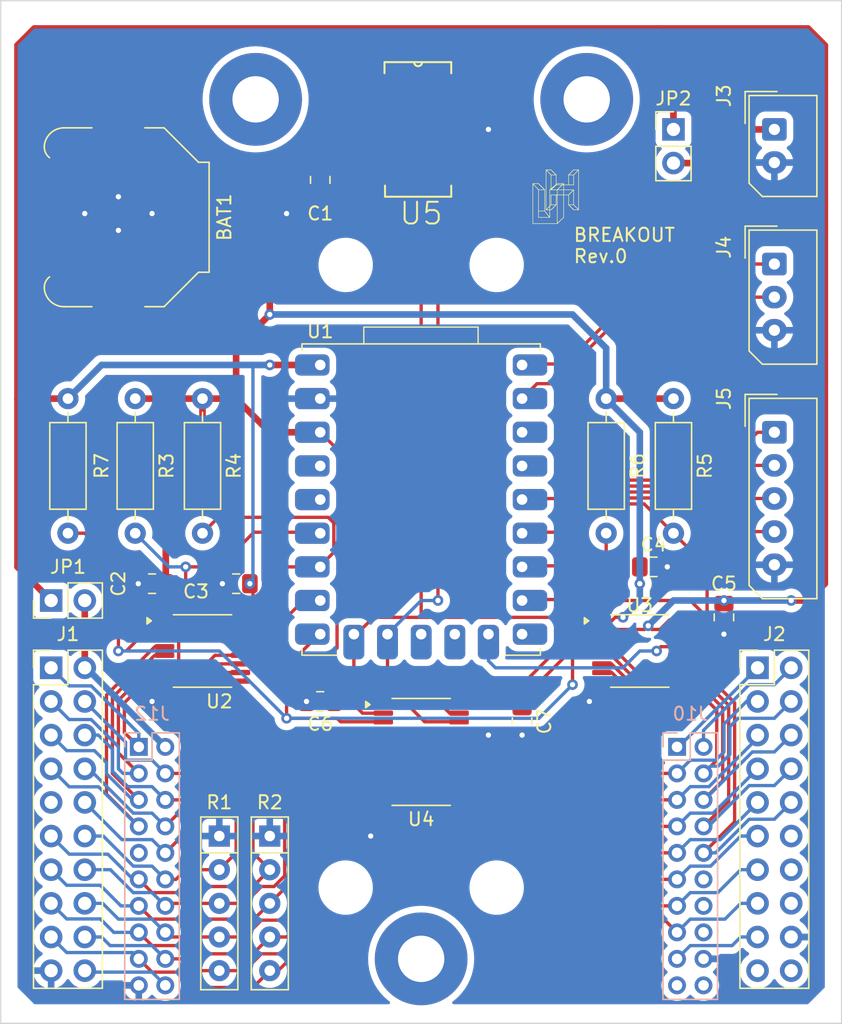
<source format=kicad_pcb>
(kicad_pcb (version 20221018) (generator pcbnew)
  (title_block (title "BREAKOUT BOARD") (rev "0"))
  (layers (0 "F.Cu" signal) (31 "B.Cu" signal) (34 "B.Paste" user) (35 "F.Paste" user) (36 "B.SilkS" user "B.Silkscreen") (37 "F.SilkS" user "F.Silkscreen") (38 "B.Mask" user) (39 "F.Mask" user) (44 "Edge.Cuts" user))
  (net 0 "")
  (net 1 "/S1")
  (net 2 "/PB1")
  (net 3 "/S2")
  (net 4 "/PB2")
  (net 5 "/S3")
  (net 6 "/PB3")
  (net 7 "/S4")
  (net 8 "/PB4")
  (net 9 "/ERR")
  (net 10 "/IN")
  (net 11 "/SYS")
  (net 12 "/DO1")
  (net 13 "/DI1")
  (net 14 "/DI2")
  (net 15 "/DO2")
  (net 16 "/DI4")
  (net 17 "/DO4")
  (net 18 "/DI3")
  (net 19 "/DO3")
  (net 20 "/RELAY1")
  (net 21 "/RELAY2")
  (net 22 "/RELAY3")
  (net 23 "/RELAY4")
  (net 24 "/TX")
  (net 25 "/RX")
  (net 26 "Net-(BAT1-+)")
  (net 27 "+3V3")
  (net 28 "/SCL1")
  (net 31 "/SPI RX")
  (net 32 "/SPI CS")
  (net 33 "/SPI CLK")
  (net 34 "/SPI TX")
  (net 37 "/SDA")
  (net 38 "+5V")
  (net 39 "GND")
  (net 40 "/DR4")
  (net 41 "/DR3")
  (net 42 "/DR2")
  (net 43 "/SCL")
  (net 44 "/DR1")
  (net 48 "/VREF1")
  (net 54 "/RESET")
  (net 55 "/SCL0")
  (net 56 "/SDA0")
  (net 57 "/INT0")
  (net 58 "Net-(J3-Pin_1)")
  (net 64 "/INT1")
  (net 74 "/SDA1")
  (net 76 "/PWR")
  (net 77 "/VREF2")
  (footprint "MountingHole:MountingHole_2.1mm" (layer "F.Cu") (at 112.45 165.75)
    (fp_text reference "H4" hide)
    (fp_text value "MountingHole_2.1mm" hide)
  )
  (footprint "Capacitor_SMD:C_0805_2012Metric_Pad1.18x1.45mm_HandSolder" (layer "F.Cu") (at 129.61 145.35 -90)
    (fp_text reference "C5")
    (fp_text value "0.1uF" hide)
  )
  (footprint "MountingHole:MountingHole_3.5mm_Pad_TopBottom" (layer "F.Cu") (at 94.25 106.25)
    (fp_text reference "M2" hide)
    (fp_text value "MountingHole_3.5mm_Pad_TopBottom" hide)
  )
  (footprint "Fiducial:Fiducial_1mm_Mask2mm" (layer "F.Cu") (at 78.81 103.44)
    (fp_text reference "REF**" hide)
    (fp_text value "Fiducial_1mm_Mask2mm" hide)
  )
  (footprint "Capacitor_SMD:C_0805_2012Metric_Pad1.18x1.45mm_HandSolder" (layer "F.Cu") (at 99.13 151.7 180)
    (fp_text reference "C6")
    (fp_text value "0.1uF" hide)
  )
  (footprint "MountingHole:MountingHole_2.1mm" (layer "F.Cu") (at 112.45 118.75)
    (fp_text reference "H2" hide)
    (fp_text value "MountingHole_2.1mm" hide)
  )
  (footprint "Resistor_THT:R_Array_SIP5" (layer "F.Cu") (at 91.51 161.86 -90)
    (fp_text reference "R1")
    (fp_text value "1k" hide)
  )
  (footprint "MountingHole:MountingHole_3.5mm_Pad_TopBottom" (layer "F.Cu") (at 106.75 171.13)
    (fp_text reference "M1" hide)
    (fp_text value "MountingHole_3.5mm_Pad_TopBottom" hide)
  )
  (footprint "Fiducial:Fiducial_1mm_Mask2mm" (layer "F.Cu") (at 106.75 164.4)
    (fp_text reference "REF**" hide)
    (fp_text value "Fiducial_1mm_Mask2mm" hide)
  )
  (footprint "Resistor_THT:R_Axial_DIN0207_L6.3mm_D2.5mm_P10.16mm_Horizontal" (layer "F.Cu") (at 90.24 128.84 -90)
    (fp_text reference "R4")
    (fp_text value "2.2k" hide)
  )
  (footprint "Capacitor_SMD:C_0805_2012Metric_Pad1.18x1.45mm_HandSolder" (layer "F.Cu") (at 86.43 142.81 180)
    (fp_text reference "C2")
    (fp_text value "0.1uF" hide)
  )
  (footprint "Resistor_THT:R_Axial_DIN0207_L6.3mm_D2.5mm_P10.16mm_Horizontal" (layer "F.Cu") (at 85.16 128.84 -90)
    (fp_text reference "R3")
    (fp_text value "2.2k" hide)
  )
  (footprint "Connector_PinHeader_2.54mm:PinHeader_1x02_P2.54mm_Vertical" (layer "F.Cu") (at 78.81 144.08 90)
    (fp_text reference "JP1")
    (fp_text value "Jumper_2_Bridged" hide)
  )
  (footprint "Fiducial:Fiducial_1mm_Mask2mm" (layer "F.Cu") (at 134.69 103.44)
    (fp_text reference "REF**" hide)
    (fp_text value "Fiducial_1mm_Mask2mm" hide)
  )
  (footprint "Resistor_THT:R_Axial_DIN0207_L6.3mm_D2.5mm_P10.16mm_Horizontal" (layer "F.Cu") (at 120.72 128.84 -90)
    (fp_text reference "R6")
    (fp_text value "2.2k" hide)
  )
  (footprint "Connector_Molex:Molex_SPOX_5267-02A_1x02_P2.50mm_Vertical" (layer "F.Cu") (at 133.42 108.52 -90)
    (fp_text reference "J3")
    (fp_text value "Conn_01x02" hide)
  )
  (footprint "MountingHole:MountingHole_2.1mm" (layer "F.Cu") (at 101.05 118.75)
    (fp_text reference "H1" hide)
    (fp_text value "MountingHole_2.1mm" hide)
  )
  (footprint "Capacitor_SMD:C_0805_2012Metric_Pad1.18x1.45mm_HandSolder" (layer "F.Cu") (at 124.2975 141.54)
    (fp_text reference "C4")
    (fp_text value "0.1uF" hide)
  )
  (footprint "Package_SO:TSSOP-16_4.4x5mm_P0.65mm" (layer "F.Cu") (at 90.24 147.89)
    (fp_text reference "U2")
    (fp_text value "PCAL6408APW" hide)
  )
  (footprint "uhppoted:LOGO" (layer "F.Cu") (at 116.91 113.6)
    (fp_text reference "G***" hide)
    (fp_text value "LOGO" hide)
  )
  (footprint "uhppoted:RX8900SA" (layer "F.Cu") (at 106.5214 108.52)
    (fp_text reference "U5")
    (fp_text value "RX8900SA" hide)
  )
  (footprint "Package_SO:TSSOP-16_4.4x5mm_P0.65mm" (layer "F.Cu") (at 123.26 147.89)
    (fp_text reference "U3")
    (fp_text value "PCAL6408APW" hide)
  )
  (footprint "Capacitor_SMD:C_0805_2012Metric_Pad1.18x1.45mm_HandSolder" (layer "F.Cu") (at 92.78 142.81 180)
    (fp_text reference "C3")
    (fp_text value "0.1uF" hide)
  )
  (footprint "Resistor_THT:R_Axial_DIN0207_L6.3mm_D2.5mm_P10.16mm_Horizontal" (layer "F.Cu") (at 125.8 128.84 -90)
    (fp_text reference "R5")
    (fp_text value "2.2k" hide)
  )
  (footprint "Connector_PinHeader_2.54mm:PinHeader_2x10_P2.54mm_Vertical" (layer "F.Cu") (at 78.81 149.16)
    (fp_text reference "J1")
    (fp_text value "Conn_02x10_Odd_Even" hide)
  )
  (footprint "MountingHole:MountingHole_3.5mm_Pad_TopBottom" (layer "F.Cu") (at 119.25 106.25)
    (fp_text reference "M2" hide)
    (fp_text value "MountingHole_3.5mm_Pad_TopBottom" hide)
  )
  (footprint "Capacitor_SMD:C_0805_2012Metric_Pad1.18x1.45mm_HandSolder" (layer "F.Cu") (at 114.37 153.2025 -90)
    (fp_text reference "C7")
    (fp_text value "0.1uF" hide)
  )
  (footprint "Battery:BatteryHolder_Keystone_3000_1x12mm" (layer "F.Cu") (at 83.89 115.15 -90)
    (fp_text reference "BAT1")
    (fp_text value "CR1220" hide)
  )
  (footprint "Connector_Molex:Molex_SPOX_5267-05A_1x05_P2.50mm_Vertical" (layer "F.Cu") (at 133.42 131.38 -90)
    (fp_text reference "J5")
    (fp_text value "Conn_01x05_Pin" hide)
  )
  (footprint "uhppoted:RP2040Z" (layer "F.Cu") (at 106.75 136.46)
    (fp_text reference "U1")
    (fp_text value "RP2040Z")
  )
  (footprint "Package_SO:TSSOP-24_4.4x7.8mm_P0.65mm" (layer "F.Cu") (at 106.75 155.51)
    (fp_text reference "U4")
    (fp_text value "PI4IOE5V6416LEX" hide)
  )
  (footprint "Connector_PinHeader_2.54mm:PinHeader_1x02_P2.54mm_Vertical" (layer "F.Cu") (at 125.8 108.52)
    (fp_text reference "JP2")
    (fp_text value "Jumper_2_Bridged" hide)
  )
  (footprint "Connector_Molex:Molex_SPOX_5267-03A_1x03_P2.50mm_Vertical" (layer "F.Cu") (at 133.42 118.68 -90)
    (fp_text reference "J4")
    (fp_text value "Conn_01x03_Pin" hide)
  )
  (footprint "Capacitor_SMD:C_0805_2012Metric_Pad1.18x1.45mm_HandSolder" (layer "F.Cu") (at 99.13 112.33 -90)
    (fp_text reference "C1")
    (fp_text value "0.1uF" hide)
  )
  (footprint "MountingHole:MountingHole_2.1mm" (layer "F.Cu") (at 101.05 165.75)
    (fp_text reference "H3" hide)
    (fp_text value "MountingHole_2.1mm" hide)
  )
  (footprint "Resistor_THT:R_Array_SIP5" (layer "F.Cu") (at 95.32 161.86 -90)
    (fp_text reference "R2")
    (fp_text value "1k" hide)
  )
  (footprint "Resistor_THT:R_Axial_DIN0207_L6.3mm_D2.5mm_P10.16mm_Horizontal" (layer "F.Cu") (at 80.08 128.84 -90)
    (fp_text reference "R7")
    (fp_text value "10k" hide)
  )
  (footprint "Connector_PinHeader_2.54mm:PinHeader_2x10_P2.54mm_Vertical" (layer "F.Cu") (at 132.15 149.16)
    (fp_text reference "J2")
    (fp_text value "Conn_02x10_Odd_Even" hide)
  )
  (footprint "Connector_PinSocket_2.00mm:PinSocket_2x10_P2.00mm_Vertical" (layer "B.Cu") (at 85.43 155.13 180)
    (fp_text reference "J12")
    (fp_text value "Conn_02x10_Odd_Even" hide)
  )
  (footprint "Connector_PinSocket_2.00mm:PinSocket_2x10_P2.00mm_Vertical" (layer "B.Cu") (at 126.07 155.13 180)
    (fp_text reference "J10")
    (fp_text value "Conn_02x10_Odd_Even" hide)
  )
  (gr_rect locked (start 75 98.8) (end 138.5 176) (stroke (width 0.1)) (fill none) (layer "Edge.Cuts"))
  (gr_text "BREAKOUT\nRev.0" (at 118.18 118.68) (layer "F.SilkS") (effects (font (size 1 1)) (justify left bottom)))
  (segment (start 129.07 156.13) (end 128.07 157.13) (width 0.25) (layer "F.Cu") (net 1))
  (segment (start 129.07 152.361397) (end 129.07 156.13) (width 0.25) (layer "F.Cu") (net 1))
  (segment (start 126.1225 150.165) (end 126.873603 150.165) (width 0.25) (layer "F.Cu") (net 1))
  (segment (start 126.873603 150.165) (end 129.07 152.361397) (width 0.25) (layer "F.Cu") (net 1))
  (segment (start 130.061396 153.592753) (end 130.684149 152.97) (width 0.25) (layer "B.Cu") (net 1))
  (segment (start 133.42 152.97) (end 134.69 151.7) (width 0.25) (layer "B.Cu") (net 1))
  (segment (start 128.62 156.58) (end 129.176396 156.58) (width 0.25) (layer "B.Cu") (net 1))
  (segment (start 130.061396 155.695) (end 130.061396 153.592753) (width 0.25) (layer "B.Cu") (net 1))
  (segment (start 130.684149 152.97) (end 133.42 152.97) (width 0.25) (layer "B.Cu") (net 1))
  (segment (start 129.176396 156.58) (end 130.061396 155.695) (width 0.25) (layer "B.Cu") (net 1))
  (segment (start 128.07 157.13) (end 128.62 156.58) (width 0.25) (layer "B.Cu") (net 1))
  (segment (start 121.99 160.59) (end 121.99 150.370001) (width 0.25) (layer "F.Cu") (net 2))
  (segment (start 126.07 163.13) (end 124.53 163.13) (width 0.25) (layer "F.Cu") (net 2))
  (segment (start 124.53 163.13) (end 121.99 160.59) (width 0.25) (layer "F.Cu") (net 2))
  (segment (start 121.99 150.370001) (end 121.134999 149.515) (width 0.25) (layer "F.Cu") (net 2))
  (segment (start 121.134999 149.515) (end 120.3975 149.515) (width 0.25) (layer "F.Cu") (net 2))
  (segment (start 126.07 163.13) (end 127.07 162.13) (width 0.25) (layer "B.Cu") (net 2))
  (segment (start 127.07 162.13) (end 129.337208 162.13) (width 0.25) (layer "B.Cu") (net 2))
  (segment (start 129.337208 162.13) (end 132.147208 159.32) (width 0.25) (layer "B.Cu") (net 2))
  (segment (start 132.147208 159.32) (end 132.15 159.32) (width 0.25) (layer "B.Cu") (net 2))
  (segment (start 126.1225 149.515) (end 126.859999 149.515) (width 0.25) (layer "F.Cu") (net 3))
  (segment (start 126.859999 149.515) (end 129.52 152.175001) (width 0.25) (layer "F.Cu") (net 3))
  (segment (start 129.52 152.175001) (end 129.52 157.68) (width 0.25) (layer "F.Cu") (net 3))
  (segment (start 129.52 157.68) (end 128.07 159.13) (width 0.25) (layer "F.Cu") (net 3))
  (segment (start 128.07 159.13) (end 128.138299 159.13) (width 0.25) (layer "B.Cu") (net 3))
  (segment (start 128.138299 159.13) (end 131.758299 155.51) (width 0.25) (layer "B.Cu") (net 3))
  (segment (start 131.758299 155.51) (end 133.42 155.51) (width 0.25) (layer "B.Cu") (net 3))
  (segment (start 133.42 155.51) (end 134.69 154.24) (width 0.25) (layer "B.Cu") (net 3))
  (segment (start 122.44 160.403604) (end 123.166396 161.13) (width 0.25) (layer "F.Cu") (net 4))
  (segment (start 123.166396 161.13) (end 126.07 161.13) (width 0.25) (layer "F.Cu") (net 4))
  (segment (start 122.44 150.183605) (end 122.44 160.403604) (width 0.25) (layer "F.Cu") (net 4))
  (segment (start 120.3975 148.865) (end 121.121395 148.865) (width 0.25) (layer "F.Cu") (net 4))
  (segment (start 121.121395 148.865) (end 122.44 150.183605) (width 0.25) (layer "F.Cu") (net 4))
  (segment (start 127.07 160.13) (end 128.802792 160.13) (width 0.25) (layer "B.Cu") (net 4))
  (segment (start 126.07 161.13) (end 127.07 160.13) (width 0.25) (layer "B.Cu") (net 4))
  (segment (start 132.15 156.782792) (end 132.15 156.78) (width 0.25) (layer "B.Cu") (net 4))
  (segment (start 128.802792 160.13) (end 132.15 156.782792) (width 0.25) (layer "B.Cu") (net 4))
  (segment (start 126.1225 148.865) (end 126.846395 148.865) (width 0.25) (layer "F.Cu") (net 5))
  (segment (start 129.97 151.988605) (end 129.97 159.23) (width 0.25) (layer "F.Cu") (net 5))
  (segment (start 126.846395 148.865) (end 129.97 151.988605) (width 0.25) (layer "F.Cu") (net 5))
  (segment (start 129.97 159.23) (end 128.07 161.13) (width 0.25) (layer "F.Cu") (net 5))
  (segment (start 131.519188 158.05) (end 133.42 158.05) (width 0.25) (layer "B.Cu") (net 5))
  (segment (start 133.42 158.05) (end 134.69 156.78) (width 0.25) (layer "B.Cu") (net 5))
  (segment (start 128.07 161.13) (end 128.439188 161.13) (width 0.25) (layer "B.Cu") (net 5))
  (segment (start 128.439188 161.13) (end 131.519188 158.05) (width 0.25) (layer "B.Cu") (net 5))
  (segment (start 120.3975 148.215) (end 121.107791 148.215) (width 0.25) (layer "F.Cu") (net 6))
  (segment (start 123.342792 159.13) (end 126.07 159.13) (width 0.25) (layer "F.Cu") (net 6))
  (segment (start 122.89 149.997209) (end 122.89 158.677208) (width 0.25) (layer "F.Cu") (net 6))
  (segment (start 121.107791 148.215) (end 122.89 149.997209) (width 0.25) (layer "F.Cu") (net 6))
  (segment (start 122.89 158.677208) (end 123.342792 159.13) (width 0.25) (layer "F.Cu") (net 6))
  (segment (start 127.07 158.13) (end 126.07 159.13) (width 0.25) (layer "B.Cu") (net 6))
  (segment (start 132.15 154.24) (end 132.15 154.464214) (width 0.25) (layer "B.Cu") (net 6))
  (segment (start 132.15 154.464214) (end 128.484214 158.13) (width 0.25) (layer "B.Cu") (net 6))
  (segment (start 128.484214 158.13) (end 127.07 158.13) (width 0.25) (layer "B.Cu") (net 6))
  (segment (start 130.42 151.802209) (end 130.42 160.78) (width 0.25) (layer "F.Cu") (net 7))
  (segment (start 126.1225 148.215) (end 126.832791 148.215) (width 0.25) (layer "F.Cu") (net 7))
  (segment (start 126.832791 148.215) (end 130.42 151.802209) (width 0.25) (layer "F.Cu") (net 7))
  (segment (start 130.42 160.78) (end 128.07 163.13) (width 0.25) (layer "F.Cu") (net 7))
  (segment (start 128.07 163.13) (end 128.973604 163.13) (width 0.25) (layer "B.Cu") (net 7))
  (segment (start 133.42 160.59) (end 134.69 159.32) (width 0.25) (layer "B.Cu") (net 7))
  (segment (start 131.513604 160.59) (end 133.42 160.59) (width 0.25) (layer "B.Cu") (net 7))
  (segment (start 128.973604 163.13) (end 131.513604 160.59) (width 0.25) (layer "B.Cu") (net 7))
  (segment (start 123.34 156.78) (end 123.69 157.13) (width 0.25) (layer "F.Cu") (net 8))
  (segment (start 123.69 157.13) (end 126.07 157.13) (width 0.25) (layer "F.Cu") (net 8))
  (segment (start 121.134999 147.565) (end 123.34 149.770001) (width 0.25) (layer "F.Cu") (net 8))
  (segment (start 120.3975 147.565) (end 121.134999 147.565) (width 0.25) (layer "F.Cu") (net 8))
  (segment (start 123.34 149.770001) (end 123.34 156.78) (width 0.25) (layer "F.Cu") (net 8))
  (segment (start 129.611396 153.406357) (end 131.317753 151.7) (width 0.25) (layer "B.Cu") (net 8))
  (segment (start 128.99 156.13) (end 129.611396 155.508604) (width 0.25) (layer "B.Cu") (net 8))
  (segment (start 126.07 157.13) (end 127.07 156.13) (width 0.25) (layer "B.Cu") (net 8))
  (segment (start 131.317753 151.7) (end 132.15 151.7) (width 0.25) (layer "B.Cu") (net 8))
  (segment (start 129.611396 155.508604) (end 129.611396 153.406357) (width 0.25) (layer "B.Cu") (net 8))
  (segment (start 127.07 156.13) (end 128.99 156.13) (width 0.25) (layer "B.Cu") (net 8))
  (segment (start 109.6125 159.085) (end 116.025 159.085) (width 0.25) (layer "F.Cu") (net 9))
  (segment (start 116.025 159.085) (end 126.07 169.13) (width 0.25) (layer "F.Cu") (net 9))
  (segment (start 126.07 169.13) (end 127.07 168.13) (width 0.25) (layer "B.Cu") (net 9))
  (segment (start 130.88 166.94) (end 132.15 166.94) (width 0.25) (layer "B.Cu") (net 9))
  (segment (start 127.07 168.13) (end 129.69 168.13) (width 0.25) (layer "B.Cu") (net 9))
  (segment (start 129.69 168.13) (end 130.88 166.94) (width 0.25) (layer "B.Cu") (net 9))
  (segment (start 124.72 167.13) (end 126.07 167.13) (width 0.25) (layer "F.Cu") (net 10))
  (segment (start 109.6125 158.435) (end 116.025 158.435) (width 0.25) (layer "F.Cu") (net 10))
  (segment (start 116.025 158.435) (end 124.72 167.13) (width 0.25) (layer "F.Cu") (net 10))
  (segment (start 126.07 167.13) (end 127.07 166.13) (width 0.25) (layer "B.Cu") (net 10))
  (segment (start 127.07 166.13) (end 129.15 166.13) (width 0.25) (layer "B.Cu") (net 10))
  (segment (start 129.15 166.13) (end 130.88 164.4) (width 0.25) (layer "B.Cu") (net 10))
  (segment (start 130.88 164.4) (end 132.15 164.4) (width 0.25) (layer "B.Cu") (net 10))
  (segment (start 109.6125 157.785) (end 116.011396 157.785) (width 0.25) (layer "F.Cu") (net 11))
  (segment (start 123.356396 165.13) (end 126.07 165.13) (width 0.25) (layer "F.Cu") (net 11))
  (segment (start 116.011396 157.785) (end 123.356396 165.13) (width 0.25) (layer "F.Cu") (net 11))
  (segment (start 127.07 164.13) (end 128.61 164.13) (width 0.25) (layer "B.Cu") (net 11))
  (segment (start 130.88 161.86) (end 132.15 161.86) (width 0.25) (layer "B.Cu") (net 11))
  (segment (start 126.07 165.13) (end 127.07 164.13) (width 0.25) (layer "B.Cu") (net 11))
  (segment (start 128.61 164.13) (end 130.88 161.86) (width 0.25) (layer "B.Cu") (net 11))
  (segment (start 84.34 154.04) (end 85.43 155.13) (width 0.25) (layer "F.Cu") (net 12))
  (segment (start 84.34 151.801397) (end 84.34 154.04) (width 0.25) (layer "F.Cu") (net 12))
  (segment (start 86.626397 149.515) (end 84.34 151.801397) (width 0.25) (layer "F.Cu") (net 12))
  (segment (start 87.3775 149.515) (end 86.626397 149.515) (width 0.25) (layer "F.Cu") (net 12))
  (segment (start 85.43 154.118299) (end 85.43 155.13) (width 0.25) (layer "B.Cu") (net 12))
  (segment (start 81.836701 150.525) (end 85.43 154.118299) (width 0.25) (layer "B.Cu") (net 12))
  (segment (start 80.175 150.525) (end 81.836701 150.525) (width 0.25) (layer "B.Cu") (net 12))
  (segment (start 78.81 149.16) (end 80.175 150.525) (width 0.25) (layer "B.Cu") (net 12))
  (segment (start 83.89 151.615001) (end 83.89 155.59) (width 0.25) (layer "F.Cu") (net 13))
  (segment (start 86.640001 148.865) (end 83.89 151.615001) (width 0.25) (layer "F.Cu") (net 13))
  (segment (start 83.89 155.59) (end 85.43 157.13) (width 0.25) (layer "F.Cu") (net 13))
  (segment (start 87.3775 148.865) (end 86.640001 148.865) (width 0.25) (layer "F.Cu") (net 13))
  (segment (start 83.89 156.78) (end 84.24 157.13) (width 0.25) (layer "B.Cu") (net 13))
  (segment (start 84.24 157.13) (end 85.43 157.13) (width 0.25) (layer "B.Cu") (net 13))
  (segment (start 81.836701 153.065) (end 83.89 155.118299) (width 0.25) (layer "B.Cu") (net 13))
  (segment (start 78.81 151.7) (end 80.175 153.065) (width 0.25) (layer "B.Cu") (net 13))
  (segment (start 80.175 153.065) (end 81.836701 153.065) (width 0.25) (layer "B.Cu") (net 13))
  (segment (start 83.89 155.118299) (end 83.89 156.78) (width 0.25) (layer "B.Cu") (net 13))
  (segment (start 87.3775 147.565) (end 86.640001 147.565) (width 0.25) (layer "F.Cu") (net 14))
  (segment (start 82.99 151.215001) (end 82.99 158.69) (width 0.25) (layer "F.Cu") (net 14))
  (segment (start 86.640001 147.565) (end 82.99 151.215001) (width 0.25) (layer "F.Cu") (net 14))
  (segment (start 82.99 158.69) (end 85.43 161.13) (width 0.25) (layer "F.Cu") (net 14))
  (segment (start 85.37939 161.13) (end 85.43 161.13) (width 0.25) (layer "B.Cu") (net 14))
  (segment (start 82.39439 158.145) (end 85.37939 161.13) (width 0.25) (layer "B.Cu") (net 14))
  (segment (start 78.81 156.78) (end 80.175 158.145) (width 0.25) (layer "B.Cu") (net 14))
  (segment (start 80.175 158.145) (end 82.39439 158.145) (width 0.25) (layer "B.Cu") (net 14))
  (segment (start 87.3775 148.215) (end 86.626397 148.215) (width 0.25) (layer "F.Cu") (net 15))
  (segment (start 86.626397 148.215) (end 83.44 151.401397) (width 0.25) (layer "F.Cu") (net 15))
  (segment (start 83.44 157.14) (end 85.43 159.13) (width 0.25) (layer "F.Cu") (net 15))
  (segment (start 83.44 151.401397) (end 83.44 157.14) (width 0.25) (layer "F.Cu") (net 15))
  (segment (start 84.967208 159.13) (end 82.99 157.152792) (width 0.25) (layer "B.Cu") (net 15))
  (segment (start 85.43 159.13) (end 84.967208 159.13) (width 0.25) (layer "B.Cu") (net 15))
  (segment (start 82.08585 155.415) (end 79.985 155.415) (width 0.25) (layer "B.Cu") (net 15))
  (segment (start 82.99 157.152792) (end 82.99 156.31915) (width 0.25) (layer "B.Cu") (net 15))
  (segment (start 82.99 156.31915) (end 82.08585 155.415) (width 0.25) (layer "B.Cu") (net 15))
  (segment (start 79.985 155.415) (end 78.81 154.24) (width 0.25) (layer "B.Cu") (net 15))
  (segment (start 88.62 157.13) (end 88.97 156.78) (width 0.25) (layer "F.Cu") (net 16))
  (segment (start 88.97 150.43) (end 91.185 148.215) (width 0.25) (layer "F.Cu") (net 16))
  (segment (start 87.43 157.13) (end 88.62 157.13) (width 0.25) (layer "F.Cu") (net 16))
  (segment (start 88.97 156.78) (end 88.97 150.43) (width 0.25) (layer "F.Cu") (net 16))
  (segment (start 91.185 148.215) (end 93.1025 148.215) (width 0.25) (layer "F.Cu") (net 16))
  (segment (start 81.35 151.7) (end 84.43 154.78) (width 0.25) (layer "B.Cu") (net 16))
  (segment (start 86.43 156.13) (end 87.43 157.13) (width 0.25) (layer "B.Cu") (net 16))
  (segment (start 84.43 154.78) (end 84.43 156.13) (width 0.25) (layer "B.Cu") (net 16))
  (segment (start 84.43 156.13) (end 86.43 156.13) (width 0.25) (layer "B.Cu") (net 16))
  (segment (start 87.43 159.13) (end 88.793604 159.13) (width 0.25) (layer "F.Cu") (net 17))
  (segment (start 91.171396 148.865) (end 93.1025 148.865) (width 0.25) (layer "F.Cu") (net 17))
  (segment (start 89.42 158.503604) (end 89.42 150.616396) (width 0.25) (layer "F.Cu") (net 17))
  (segment (start 89.42 150.616396) (end 91.171396 148.865) (width 0.25) (layer "F.Cu") (net 17))
  (segment (start 88.793604 159.13) (end 89.42 158.503604) (width 0.25) (layer "F.Cu") (net 17))
  (segment (start 84.603604 158.13) (end 86.43 158.13) (width 0.25) (layer "B.Cu") (net 17))
  (segment (start 82.375305 154.24) (end 83.44 155.304695) (width 0.25) (layer "B.Cu") (net 17))
  (segment (start 83.44 155.304695) (end 83.44 156.966396) (width 0.25) (layer "B.Cu") (net 17))
  (segment (start 81.35 154.24) (end 82.375305 154.24) (width 0.25) (layer "B.Cu") (net 17))
  (segment (start 83.44 156.966396) (end 84.603604 158.13) (width 0.25) (layer "B.Cu") (net 17))
  (segment (start 86.43 158.13) (end 87.43 159.13) (width 0.25) (layer "B.Cu") (net 17))
  (segment (start 87.43 161.13) (end 89.87 158.69) (width 0.25) (layer "F.Cu") (net 18))
  (segment (start 89.87 150.802792) (end 91.157792 149.515) (width 0.25) (layer "F.Cu") (net 18))
  (segment (start 91.157792 149.515) (end 93.1025 149.515) (width 0.25) (layer "F.Cu") (net 18))
  (segment (start 89.87 158.69) (end 89.87 150.802792) (width 0.25) (layer "F.Cu") (net 18))
  (segment (start 81.35 156.78) (end 82.075 156.78) (width 0.25) (layer "B.Cu") (net 18))
  (segment (start 87.43 161.13) (end 86.43 160.13) (width 0.25) (layer "B.Cu") (net 18))
  (segment (start 86.43 160.13) (end 85.015786 160.13) (width 0.25) (layer "B.Cu") (net 18))
  (segment (start 85.015786 160.13) (end 81.665786 156.78) (width 0.25) (layer "B.Cu") (net 18))
  (segment (start 82.075 156.78) (end 82.075 156.874188) (width 0.25) (layer "B.Cu") (net 18))
  (segment (start 81.665786 156.78) (end 81.35 156.78) (width 0.25) (layer "B.Cu") (net 18))
  (segment (start 91.144188 150.165) (end 93.1025 150.165) (width 0.25) (layer "F.Cu") (net 19))
  (segment (start 88.97 161.59) (end 88.97 160.226396) (width 0.25) (layer "F.Cu") (net 19))
  (segment (start 87.43 163.13) (end 88.97 161.59) (width 0.25) (layer "F.Cu") (net 19))
  (segment (start 90.32 150.989188) (end 91.144188 150.165) (width 0.25) (layer "F.Cu") (net 19))
  (segment (start 88.97 160.226396) (end 90.32 158.876396) (width 0.25) (layer "F.Cu") (net 19))
  (segment (start 90.32 158.876396) (end 90.32 150.989188) (width 0.25) (layer "F.Cu") (net 19))
  (segment (start 87.43 163.13) (end 86.43 162.13) (width 0.25) (layer "B.Cu") (net 19))
  (segment (start 84.16 162.13) (end 81.35 159.32) (width 0.25) (layer "B.Cu") (net 19))
  (segment (start 86.43 162.13) (end 84.16 162.13) (width 0.25) (layer "B.Cu") (net 19))
  (segment (start 103.8875 153.885) (end 98.848604 153.885) (width 0.25) (layer "F.Cu") (net 20))
  (segment (start 88.24 165.13) (end 88.97 164.4) (width 0.25) (layer "F.Cu") (net 20))
  (segment (start 88.97 164.4) (end 91.51 164.4) (width 0.25) (layer "F.Cu") (net 20))
  (segment (start 92.78 159.953604) (end 92.78 163.13) (width 0.25) (layer "F.Cu") (net 20))
  (segment (start 98.848604 153.885) (end 92.78 159.953604) (width 0.25) (layer "F.Cu") (net 20))
  (segment (start 92.78 163.13) (end 91.51 164.4) (width 0.25) (layer "F.Cu") (net 20))
  (segment (start 87.43 165.13) (end 88.24 165.13) (width 0.25) (layer "F.Cu") (net 20))
  (segment (start 82.745786 161.86) (end 81.35 161.86) (width 0.25) (layer "B.Cu") (net 20))
  (segment (start 86.43 164.13) (end 85.015786 164.13) (width 0.25) (layer "B.Cu") (net 20))
  (segment (start 85.015786 164.13) (end 82.745786 161.86) (width 0.25) (layer "B.Cu") (net 20))
  (segment (start 87.43 165.13) (end 86.43 164.13) (width 0.25) (layer "B.Cu") (net 20))
  (segment (start 96.445 164.865991) (end 95.640991 165.67) (width 0.25) (layer "F.Cu") (net 21))
  (segment (start 95.640991 165.67) (end 94.686396 165.67) (width 0.25) (layer "F.Cu") (net 21))
  (segment (start 91.51 166.94) (end 87.62 166.94) (width 0.25) (layer "F.Cu") (net 21))
  (segment (start 94.686396 165.67) (end 93.416396 166.94) (width 0.25) (layer "F.Cu") (net 21))
  (segment (start 87.62 166.94) (end 87.43 167.13) (width 0.25) (layer "F.Cu") (net 21))
  (segment (start 103.8875 155.185) (end 100.723604 155.185) (width 0.25) (layer "F.Cu") (net 21))
  (segment (start 96.445 159.463604) (end 96.445 164.865991) (width 0.25) (layer "F.Cu") (net 21))
  (segment (start 93.416396 166.94) (end 91.51 166.94) (width 0.25) (layer "F.Cu") (net 21))
  (segment (start 100.723604 155.185) (end 96.445 159.463604) (width 0.25) (layer "F.Cu") (net 21))
  (segment (start 85.015786 166.13) (end 83.285786 164.4) (width 0.25) (layer "B.Cu") (net 21))
  (segment (start 83.285786 164.4) (end 81.35 164.4) (width 0.25) (layer "B.Cu") (net 21))
  (segment (start 86.43 166.13) (end 85.015786 166.13) (width 0.25) (layer "B.Cu") (net 21))
  (segment (start 87.43 167.13) (end 86.43 166.13) (width 0.25) (layer "B.Cu") (net 21))
  (segment (start 91.51 169.48) (end 87.78 169.48) (width 0.25) (layer "F.Cu") (net 22))
  (segment (start 97.345 159.836396) (end 97.345 167.455) (width 0.25) (layer "F.Cu") (net 22))
  (segment (start 87.78 169.48) (end 87.43 169.13) (width 0.25) (layer "F.Cu") (net 22))
  (segment (start 97.345 167.455) (end 96.59 168.21) (width 0.25) (layer "F.Cu") (net 22))
  (segment (start 103.8875 156.485) (end 100.696396 156.485) (width 0.25) (layer "F.Cu") (net 22))
  (segment (start 93.416396 169.48) (end 91.51 169.48) (width 0.25) (layer "F.Cu") (net 22))
  (segment (start 96.59 168.21) (end 94.686396 168.21) (width 0.25) (layer "F.Cu") (net 22))
  (segment (start 100.696396 156.485) (end 97.345 159.836396) (width 0.25) (layer "F.Cu") (net 22))
  (segment (start 94.686396 168.21) (end 93.416396 169.48) (width 0.25) (layer "F.Cu") (net 22))
  (segment (start 86.43 168.13) (end 83.89 168.13) (width 0.25) (layer "B.Cu") (net 22))
  (segment (start 87.43 169.13) (end 86.43 168.13) (width 0.25) (layer "B.Cu") (net 22))
  (segment (start 83.89 168.13) (end 82.7 166.94) (width 0.25) (layer "B.Cu") (net 22))
  (segment (start 82.7 166.94) (end 81.35 166.94) (width 0.25) (layer "B.Cu") (net 22))
  (segment (start 94.686396 170.75) (end 93.416396 172.02) (width 0.25) (layer "F.Cu") (net 23))
  (segment (start 98.245 169.095) (end 96.59 170.75) (width 0.25) (layer "F.Cu") (net 23))
  (segment (start 93.416396 172.02) (end 91.51 172.02) (width 0.25) (layer "F.Cu") (net 23))
  (segment (start 98.245 160.210584) (end 98.245 169.095) (width 0.25) (layer "F.Cu") (net 23))
  (segment (start 91.51 172.02) (end 89.505 172.02) (width 0.25) (layer "F.Cu") (net 23))
  (segment (start 89.505 172.02) (end 88.615 171.13) (width 0.25) (layer "F.Cu") (net 23))
  (segment (start 88.615 171.13) (end 87.43 171.13) (width 0.25) (layer "F.Cu") (net 23))
  (segment (start 103.8875 157.785) (end 100.670584 157.785) (width 0.25) (layer "F.Cu") (net 23))
  (segment (start 96.59 170.75) (end 94.686396 170.75) (width 0.25) (layer "F.Cu") (net 23))
  (segment (start 100.670584 157.785) (end 98.245 160.210584) (width 0.25) (layer "F.Cu") (net 23))
  (segment (start 82.62 169.48) (end 83.27 170.13) (width 0.25) (layer "B.Cu") (net 23))
  (segment (start 83.27 170.13) (end 86.43 170.13) (width 0.25) (layer "B.Cu") (net 23))
  (segment (start 86.43 170.13) (end 87.43 171.13) (width 0.25) (layer "B.Cu") (net 23))
  (segment (start 81.35 169.48) (end 82.62 169.48) (width 0.25) (layer "B.Cu") (net 23))
  (segment (start 124.98 122.04) (end 128.34 118.68) (width 0.25) (layer "F.Cu") (net 24))
  (segment (start 117.618604 126.225) (end 114.37 126.225) (width 0.25) (layer "F.Cu") (net 24))
  (segment (start 121.803604 122.04) (end 117.618604 126.225) (width 0.25) (layer "F.Cu") (net 24))
  (segment (start 133.42 118.68) (end 128.34 118.68) (width 0.25) (layer "F.Cu") (net 24))
  (segment (start 124.98 122.04) (end 121.803604 122.04) (width 0.25) (layer "F.Cu") (net 24))
  (segment (start 121.99 122.49) (end 125.166396 122.49) (width 0.25) (layer "F.Cu") (net 25))
  (segment (start 125.166396 122.49) (end 126.476396 121.18) (width 0.25) (layer "F.Cu") (net 25))
  (segment (start 115.495 127.715) (end 116.765 127.715) (width 0.25) (layer "F.Cu") (net 25))
  (segment (start 114.37 128.84) (end 115.495 127.715) (width 0.25) (layer "F.Cu") (net 25))
  (segment (start 116.765 127.715) (end 121.99 122.49) (width 0.25) (layer "F.Cu") (net 25))
  (segment (start 126.476396 121.18) (end 133.42 121.18) (width 0.25) (layer "F.Cu") (net 25))
  (segment (start 87.7 107.25) (end 83.89 107.25) (width 0.5) (layer "F.Cu") (net 26))
  (segment (start 88.41 123.05) (end 92.78 118.68) (width 0.5) (layer "F.Cu") (net 26))
  (segment (start 97.86 109.79) (end 102.94 109.79) (width 0.5) (layer "F.Cu") (net 26))
  (segment (start 92.78 112.33) (end 87.7 107.25) (width 0.5) (layer "F.Cu") (net 26))
  (segment (start 95.32 112.33) (end 97.86 109.79) (width 0.5) (layer "F.Cu") (net 26))
  (segment (start 92.78 112.33) (end 95.32 112.33) (width 0.5) (layer "F.Cu") (net 26))
  (segment (start 92.78 118.68) (end 92.78 112.33) (width 0.5) (layer "F.Cu") (net 26))
  (segment (start 83.89 123.05) (end 88.41 123.05) (width 0.5) (layer "F.Cu") (net 26))
  (segment (start 97.6275 111.2925) (end 100.4 111.2925) (width 0.5) (layer "F.Cu") (net 27))
  (segment (start 121.399999 145.35) (end 121.134999 145.615) (width 0.25) (layer "F.Cu") (net 27))
  (segment (start 121.134999 145.615) (end 120.3975 145.615) (width 0.25) (layer "F.Cu") (net 27))
  (segment (start 87.7 138.925) (end 90.24 136.385) (width 0.5) (layer "F.Cu") (net 27))
  (segment (start 95.32 113.6) (end 97.6275 111.2925) (width 0.5) (layer "F.Cu") (net 27))
  (segment (start 90.24 136.385) (end 90.24 128.84) (width 0.5) (layer "F.Cu") (net 27))
  (segment (start 85.16 128.84) (end 90.24 128.84) (width 0.5) (layer "F.Cu") (net 27))
  (segment (start 102.94 111.06) (end 100.6325 111.06) (width 0.25) (layer "F.Cu") (net 27))
  (segment (start 100.4 145.35) (end 100.4 147.6575) (width 0.25) (layer "F.Cu") (net 27))
  (segment (start 99.13 131.38) (end 101.67 133.92) (width 0.25) (layer "F.Cu") (net 27))
  (segment (start 103.8875 152.585) (end 102.3225 152.585) (width 0.25) (layer "F.Cu") (net 27))
  (segment (start 92.78 128.84) (end 90.24 128.84) (width 0.5) (layer "F.Cu") (net 27))
  (segment (start 102.3225 152.585) (end 101.4375 151.7) (width 0.25) (layer "F.Cu") (net 27))
  (segment (start 101.67 133.92) (end 101.67 144.08) (width 0.25) (layer "F.Cu") (net 27))
  (segment (start 87.4675 142.81) (end 87.4675 139.1575) (width 0.5) (layer "F.Cu") (net 27))
  (segment (start 100.4 147.6575) (end 100.1675 147.89) (width 0.25) (layer "F.Cu") (net 27))
  (segment (start 100.6325 111.06) (end 100.4 111.2925) (width 0.25) (layer "F.Cu") (net 27))
  (segment (start 87.4675 139.1575) (end 87.7 138.925) (width 0.5) (layer "F.Cu") (net 27))
  (segment (start 87.3775 145.615) (end 87.3775 142.9) (width 0.5) (layer "F.Cu") (net 27))
  (segment (start 92.78 125.03) (end 92.78 128.84) (width 0.5) (layer "F.Cu") (net 27))
  (segment (start 95.32 131.38) (end 92.78 128.84) (width 0.5) (layer "F.Cu") (net 27))
  (segment (start 101.4375 151.7) (end 100.1675 151.7) (width 0.25) (layer "F.Cu") (net 27))
  (segment (start 100.1675 147.89) (end 100.1675 151.7) (width 0.25) (layer "F.Cu") (net 27))
  (segment (start 87.3775 142.9) (end 87.4675 142.81) (width 0.25) (layer "F.Cu") (net 27))
  (segment (start 121.99 145.35) (end 121.399999 145.35) (width 0.25) (layer "F.Cu") (net 27))
  (segment (start 123.26 141.54) (end 123.26 142.81) (width 0.25) (layer "F.Cu") (net 27))
  (segment (start 101.67 144.08) (end 100.4 145.35) (width 0.25) (layer "F.Cu") (net 27))
  (segment (start 99.13 131.38) (end 95.32 131.38) (width 0.5) (layer "F.Cu") (net 27))
  (segment (start 95.32 122.49) (end 95.32 113.6) (width 0.5) (layer "F.Cu") (net 27))
  (segment (start 120.72 128.84) (end 125.8 128.84) (width 0.5) (layer "F.Cu") (net 27))
  (segment (start 95.32 122.49) (end 92.78 125.03) (width 0.5) (layer "F.Cu") (net 27))
  (via (at 121.99 145.35) (size 0.8) (drill 0.4) (layers "F.Cu" "B.Cu") (net 27))
  (via (at 95.32 122.49) (size 0.8) (drill 0.4) (layers "F.Cu" "B.Cu") (net 27))
  (via (at 123.26 142.81) (size 0.8) (drill 0.4) (layers "F.Cu" "B.Cu") (net 27))
  (segment (start 95.32 122.49) (end 118.18 122.49) (width 0.5) (layer "B.Cu") (net 27))
  (segment (start 121.99 145.35) (end 123.26 144.08) (width 0.5) (layer "B.Cu") (net 27))
  (segment (start 123.26 144.08) (end 123.26 142.81) (width 0.5) (layer "B.Cu") (net 27))
  (segment (start 120.72 125.03) (end 120.72 128.84) (width 0.5) (layer "B.Cu") (net 27))
  (segment (start 118.18 122.49) (end 120.72 125.03) (width 0.5) (layer "B.Cu") (net 27))
  (segment (start 123.26 142.81) (end 123.26 131.38) (width 0.5) (layer "B.Cu") (net 27))
  (segment (start 123.26 131.38) (end 120.72 128.84) (width 0.5) (layer "B.Cu") (net 27))
  (segment (start 106.75 145.35) (end 116.77 145.35) (width 0.25) (layer "F.Cu") (net 28))
  (segment (start 101.67 149.16) (end 101.67 146.83) (width 0.25) (layer "F.Cu") (net 28))
  (segment (start 103.15 145.35) (end 101.67 146.83) (width 0.25) (layer "F.Cu") (net 28))
  (segment (start 128.34 146.62) (end 128.34 141.54) (width 0.25) (layer "F.Cu") (net 28))
  (segment (start 105.48 105.98) (end 106.75 107.25) (width 0.25) (layer "F.Cu") (net 28))
  (segment (start 107.015 153.235) (end 104.21 150.43) (width 0.25) (layer "F.Cu") (net 28))
  (segment (start 102.94 105.98) (end 105.48 105.98) (width 0.25) (layer "F.Cu") (net 28))
  (segment (start 109.6125 153.235) (end 107.015 153.235) (width 0.25) (layer "F.Cu") (net 28))
  (segment (start 102.94 150.43) (end 101.67 149.16) (width 0.25) (layer "F.Cu") (net 28))
  (segment (start 128.045 146.915) (end 128.34 146.62) (width 0.25) (layer "F.Cu") (net 28))
  (segment (start 119.08 137.939504) (end 120.229504 136.79) (width 0.25) (layer "F.Cu") (net 28))
  (segment (start 119.08 143.04) (end 119.08 137.939504) (width 0.25) (layer "F.Cu") (net 28))
  (segment (start 104.21 150.43) (end 102.94 150.43) (width 0.25) (layer "F.Cu") (net 28))
  (segment (start 128.34 141.54) (end 125.8 139) (width 0.25) (layer "F.Cu") (net 28))
  (segment (start 106.75 107.25) (end 106.75 145.35) (width 0.25) (layer "F.Cu") (net 28))
  (segment (start 123.59 136.79) (end 125.8 139) (width 0.25) (layer "F.Cu") (net 28))
  (segment (start 120.229504 136.79) (end 123.59 136.79) (width 0.25) (layer "F.Cu") (net 28))
  (segment (start 126.1225 146.915) (end 128.045 146.915) (width 0.25) (layer "F.Cu") (net 28))
  (segment (start 116.77 145.35) (end 119.08 143.04) (width 0.25) (layer "F.Cu") (net 28))
  (segment (start 103.15 145.35) (end 106.75 145.35) (width 0.25) (layer "F.Cu") (net 28))
  (segment (start 128.54 134.99) (end 132.15 131.38) (width 0.25) (layer "F.Cu") (net 31))
  (segment (start 114.37 136.385) (end 118.003425 136.385) (width 0.25) (layer "F.Cu") (net 31))
  (segment (start 118.003425 136.385) (end 119.398425 134.99) (width 0.25) (layer "F.Cu") (net 31))
  (segment (start 119.398425 134.99) (end 128.54 134.99) (width 0.25) (layer "F.Cu") (net 31))
  (segment (start 132.15 131.38) (end 133.42 131.38) (width 0.25) (layer "F.Cu") (net 31))
  (segment (start 130.286396 133.88) (end 133.42 133.88) (width 0.25) (layer "F.Cu") (net 32))
  (segment (start 128.726396 135.44) (end 130.286396 133.88) (width 0.25) (layer "F.Cu") (net 32))
  (segment (start 117.73 138.18) (end 117.73 137.294821) (width 0.25) (layer "F.Cu") (net 32))
  (segment (start 116.985 138.925) (end 117.73 138.18) (width 0.25) (layer "F.Cu") (net 32))
  (segment (start 117.73 137.294821) (end 119.584821 135.44) (width 0.25) (layer "F.Cu") (net 32))
  (segment (start 119.584821 135.44) (end 128.726396 135.44) (width 0.25) (layer "F.Cu") (net 32))
  (segment (start 114.37 138.925) (end 116.985 138.925) (width 0.25) (layer "F.Cu") (net 32))
  (segment (start 133.42 136.38) (end 128.896396 136.38) (width 0.25) (layer "F.Cu") (net 33))
  (segment (start 128.896396 136.38) (end 128.406396 135.89) (width 0.25) (layer "F.Cu") (net 33))
  (segment (start 119.771217 135.89) (end 118.18 137.481217) (width 0.25) (layer "F.Cu") (net 33))
  (segment (start 118.18 140.27) (end 116.985 141.465) (width 0.25) (layer "F.Cu") (net 33))
  (segment (start 128.406396 135.89) (end 119.771217 135.89) (width 0.25) (layer "F.Cu") (net 33))
  (segment (start 116.985 141.465) (end 114.37 141.465) (width 0.25) (layer "F.Cu") (net 33))
  (segment (start 118.18 137.481217) (end 118.18 140.27) (width 0.25) (layer "F.Cu") (net 33))
  (segment (start 118.63 142.36) (end 116.985 144.005) (width 0.25) (layer "F.Cu") (net 34))
  (segment (start 133.42 138.88) (end 130.76 138.88) (width 0.25) (layer "F.Cu") (net 34))
  (segment (start 130.76 138.88) (end 128.22 136.34) (width 0.25) (layer "F.Cu") (net 34))
  (segment (start 116.985 144.005) (end 114.37 144.005) (width 0.25) (layer "F.Cu") (net 34))
  (segment (start 119.957613 136.34) (end 118.63 137.667613) (width 0.25) (layer "F.Cu") (net 34))
  (segment (start 128.22 136.34) (end 119.957613 136.34) (width 0.25) (layer "F.Cu") (net 34))
  (segment (start 118.63 137.667613) (end 118.63 142.36) (width 0.25) (layer "F.Cu") (net 34))
  (segment (start 128.07 153.876396) (end 128.07 155.13) (width 0.25) (layer "B.Cu") (net 37))
  (segment (start 131.516396 150.43) (end 128.07 153.876396) (width 0.25) (layer "B.Cu") (net 37))
  (segment (start 133.42 150.43) (end 131.516396 150.43) (width 0.25) (layer "B.Cu") (net 37))
  (segment (start 134.69 149.16) (end 133.42 150.43) (width 0.25) (layer "B.Cu") (net 37))
  (segment (start 113.99 151.935) (end 119.660001 146.265) (width 0.25) (layer "F.Cu") (net 38))
  (segment (start 77.54 100.9) (end 76.27 102.17) (width 0.5) (layer "F.Cu") (net 38))
  (segment (start 94.05 143.0425) (end 94.05 144.6675) (width 0.25) (layer "F.Cu") (net 38))
  (segment (start 76.27 128.84) (end 80.08 128.84) (width 0.5) (layer "F.Cu") (net 38))
  (segment (start 76.27 102.17) (end 76.27 128.84) (width 0.5) (layer "F.Cu") (net 38))
  (segment (start 124.53 100.9) (end 125.8 102.17) (width 0.5) (layer "F.Cu") (net 38))
  (segment (start 137.23 102.17) (end 135.96 100.9) (width 0.5) (layer "F.Cu") (net 38))
  (segment (start 125.8 102.17) (end 125.8 108.52) (width 0.5) (layer "F.Cu") (net 38))
  (segment (start 109.6125 151.935) (end 113.99 151.935) (width 0.25) (layer "F.Cu") (net 38))
  (segment (start 94.05 144.6675) (end 93.1025 145.615) (width 0.25) (layer "F.Cu") (net 38))
  (segment (start 123.615 146.265) (end 120.3975 146.265) (width 0.25) (layer "F.Cu") (net 38))
  (segment (start 125.431188 145.615) (end 126.1225 145.615) (width 0.25) (layer "F.Cu") (net 38))
  (segment (start 137.23 142.81) (end 137.23 102.17) (width 0.5) (layer "F.Cu") (net 38))
  (segment (start 95.32 126.3) (end 99.13 126.3) (width 0.5) (layer "F.Cu") (net 38))
  (segment (start 134.69 144.08) (end 135.96 144.08) (width 0.5) (layer "F.Cu") (net 38))
  (segment (start 78.81 144.08) (end 76.27 141.54) (width 0.5) (layer "F.Cu") (net 38))
  (segment (start 124.175 146.265) (end 124.781188 146.265) (width 0.25) (layer "F.Cu") (net 38))
  (segment (start 93.8175 142.81) (end 94.05 143.0425) (width 0.25) (layer "F.Cu") (net 38))
  (segment (start 120.3975 146.265) (end 119.660001 146.265) (width 0.25) (layer "F.Cu") (net 38))
  (segment (start 123.895 145.985) (end 124.175 146.265) (width 0.25) (layer "F.Cu") (net 38))
  (segment (start 76.27 141.54) (end 76.27 128.84) (width 0.5) (layer "F.Cu") (net 38))
  (segment (start 135.96 100.9) (end 77.54 100.9) (width 0.5) (layer "F.Cu") (net 38))
  (segment (start 123.895 145.985) (end 123.615 146.265) (width 0.25) (layer "F.Cu") (net 38))
  (segment (start 124.781188 146.265) (end 125.431188 145.615) (width 0.25) (layer "F.Cu") (net 38))
  (segment (start 135.96 144.08) (end 137.23 142.81) (width 0.5) (layer "F.Cu") (net 38))
  (via (at 129.61 144.08) (size 0.8) (drill 0.4) (layers "F.Cu" "B.Cu") (net 38))
  (via (at 134.69 144.08) (size 0.8) (drill 0.4) (layers "F.Cu" "B.Cu") (net 38))
  (via (at 93.8175 142.81) (size 0.8) (drill 0.4) (layers "F.Cu" "B.Cu") (net 38))
  (via (at 123.895 145.985) (size 0.8) (drill 0.4) (layers "F.Cu" "B.Cu") (net 38))
  (via (at 95.32 126.3) (size 0.8) (drill 0.4) (layers "F.Cu" "B.Cu") (net 38))
  (segment (start 125.8 144.08) (end 129.61 144.08) (width 0.5) (layer "B.Cu") (net 38))
  (segment (start 94.05 126.3) (end 82.62 126.3) (width 0.5) (layer "B.Cu") (net 38))
  (segment (start 93.8175 142.81) (end 94.05 142.5775) (width 0.25) (layer "B.Cu") (net 38))
  (segment (start 94.05 142.5775) (end 94.05 126.3) (width 0.25) (layer "B.Cu") (net 38))
  (segment (start 129.61 144.08) (end 134.69 144.08) (width 0.5) (layer "B.Cu") (net 38))
  (segment (start 123.895 145.985) (end 125.8 144.08) (width 0.5) (layer "B.Cu") (net 38))
  (segment (start 95.32 126.3) (end 94.05 126.3) (width 0.5) (layer "B.Cu") (net 38))
  (segment (start 82.62 126.3) (end 80.08 128.84) (width 0.5) (layer "B.Cu") (net 38))
  (segment (start 111.475 153.885) (end 109.6125 153.885) (width 0.25) (layer "F.Cu") (net 39))
  (segment (start 120.3975 150.165) (end 119.45 151.1125) (width 0.25) (layer "F.Cu") (net 39))
  (segment (start 104.624999 159.085) (end 103.8875 159.085) (width 0.25) (layer "F.Cu") (net 39))
  (segment (start 88.44 149.839999) (end 88.114999 150.165) (width 0.25) (layer "F.Cu") (net 39))
  (segment (start 88.44 146.590001) (end 88.44 149.839999) (width 0.25) (layer "F.Cu") (net 39))
  (segment (start 87.3775 150.165) (end 86.43 151.1125) (width 0.25) (layer "F.Cu") (net 39))
  (segment (start 86.43 151.1125) (end 86.43 151.7) (width 0.25) (layer "F.Cu") (net 39))
  (segment (start 96.59 114.87) (end 97.6275 114.87) (width 0.5) (layer "F.Cu") (net 39))
  (segment (start 106.75 156.959999) (end 104.624999 159.085) (width 0.25) (layer "F.Cu") (net 39))
  (segment (start 102.94 160.0325) (end 102.94 161.86) (width 0.25) (layer "F.Cu") (net 39))
  (segment (start 103.8875 159.085) (end 102.94 160.0325) (width 0.25) (layer "F.Cu") (net 39))
  (segment (start 106.75 156.010001) (end 106.75 156.959999) (width 0.25) (layer "F.Cu") (net 39))
  (segment (start 87.3775 146.265) (end 88.114999 146.265) (width 0.25) (layer "F.Cu") (net 39))
  (segment (start 88.114999 146.265) (end 88.44 146.590001) (width 0.25) (layer "F.Cu") (net 39))
  (segment (start 108.875001 153.885) (end 106.75 156.010001) (width 0.25) (layer "F.Cu") (net 39))
  (segment (start 111.83 154.24) (end 111.475 153.885) (width 0.25) (layer "F.Cu") (net 39))
  (segment (start 119.45 151.1125) (end 119.45 151.7) (width 0.25) (layer "F.Cu") (net 39))
  (segment (start 88.114999 150.165) (end 87.3775 150.165) (width 0.25) (layer "F.Cu") (net 39))
  (segment (start 109.6125 153.885) (end 108.875001 153.885) (width 0.25) (layer "F.Cu") (net 39))
  (segment (start 110.1028 108.52) (end 111.83 108.52) (width 0.25) (layer "F.Cu") (net 39))
  (segment (start 97.6275 114.87) (end 99.13 113.3675) (width 0.5) (layer "F.Cu") (net 39))
  (via (at 102.94 161.86) (size 0.8) (drill 0.4) (layers "F.Cu" "B.Cu") (net 39))
  (via (at 83.89 113.6) (size 0.8) (drill 0.4) (layers "F.Cu" "B.Cu") (net 39))
  (via (at 85.3925 142.81) (size 0.8) (drill 0.4) (layers "F.Cu" "B.Cu") (net 39))
  (via (at 129.61 146.62) (size 0.8) (drill 0.4) (layers "F.Cu" "B.Cu") (net 39))
  (via (at 86.43 151.7) (size 0.8) (drill 0.4) (layers "F.Cu" "B.Cu") (net 39))
  (via (at 86.43 114.87) (size 0.8) (drill 0.4) (layers "F.Cu" "B.Cu") (net 39))
  (via (at 111.83 108.52) (size 0.8) (drill 0.4) (layers "F.Cu" "B.Cu") (net 39))
  (via (at 125.335 141.54) (size 0.8) (drill 0.4) (layers "F.Cu" "B.Cu") (net 39))
  (via (at 81.35 114.87) (size 0.8) (drill 0.4) (layers "F.Cu" "B.Cu") (net 39))
  (via (at 111.83 154.24) (size 0.8) (drill 0.4) (layers "F.Cu" "B.Cu") (net 39))
  (via (at 91.7425 142.81) (size 0.8) (drill 0.4) (layers "F.Cu" "B.Cu") (net 39))
  (via (at 83.89 116.14) (size 0.8) (drill 0.4) (layers "F.Cu" "B.Cu") (net 39))
  (via (at 98.0925 151.7) (size 0.8) (drill 0.4) (layers "F.Cu" "B.Cu") (net 39))
  (via (at 119.45 151.7) (size 0.8) (drill 0.4) (layers "F.Cu" "B.Cu") (net 39))
  (via (at 114.37 154.24) (size 0.8) (drill 0.4) (layers "F.Cu" "B.Cu") (net 39))
  (via (at 96.59 114.87) (size 0.8) (drill 0.4) (layers "F.Cu" "B.Cu") (net 39))
  (segment (start 134.69 169.48) (end 135.96 169.48) (width 0.5) (layer "B.Cu") (net 39))
  (segment (start 128.07 171.13) (end 129.23 171.13) (width 0.5) (layer "B.Cu") (net 39))
  (segment (start 95.956396 172.02) (end 95.32 172.02) (width 0.25) (layer "F.Cu") (net 40))
  (segment (start 100.65698 158.435) (end 98.695 160.39698) (width 0.25) (layer "F.Cu") (net 40))
  (segment (start 98.695 169.281396) (end 95.956396 172.02) (width 0.25) (layer "F.Cu") (net 40))
  (segment (start 88.916802 172.13) (end 86.43 172.13) (width 0.25) (layer "F.Cu") (net 40))
  (segment (start 94.05 173.29) (end 90.076802 173.29) (width 0.25) (layer "F.Cu") (net 40))
  (segment (start 90.076802 173.29) (end 88.916802 172.13) (width 0.25) (layer "F.Cu") (net 40))
  (segment (start 103.8875 158.435) (end 100.65698 158.435) (width 0.25) (layer "F.Cu") (net 40))
  (segment (start 86.43 172.13) (end 85.43 171.13) (width 0.25) (layer "F.Cu") (net 40))
  (segment (start 95.32 172.02) (end 94.05 173.29) (width 0.25) (layer "F.Cu") (net 40))
  (segment (start 98.695 160.39698) (end 98.695 169.281396) (width 0.25) (layer "F.Cu") (net 40))
  (segment (start 84.955 170.655) (end 85.43 171.13) (width 0.25) (layer "B.Cu") (net 40))
  (segment (start 78.81 169.48) (end 79.985 170.655) (width 0.25) (layer "B.Cu") (net 40))
  (segment (start 79.985 170.655) (end 84.955 170.655) (width 0.25) (layer "B.Cu") (net 40))
  (segment (start 95.32 169.48) (end 94.05 170.75) (width 0.25) (layer "F.Cu") (net 41))
  (segment (start 94.05 170.75) (end 88.97 170.75) (width 0.25) (layer "F.Cu") (net 41))
  (segment (start 88.35 170.13) (end 86.43 170.13) (width 0.25) (layer "F.Cu") (net 41))
  (segment (start 86.43 170.13) (end 85.43 169.13) (width 0.25) (layer "F.Cu") (net 41))
  (segment (start 97.795 168.275) (end 96.59 169.48) (width 0.25) (layer "F.Cu") (net 41))
  (segment (start 100.684188 157.135) (end 97.795 160.024188) (width 0.25) (layer "F.Cu") (net 41))
  (segment (start 96.59 169.48) (end 95.32 169.48) (width 0.25) (layer "F.Cu") (net 41))
  (segment (start 97.795 160.024188) (end 97.795 168.275) (width 0.25) (layer "F.Cu") (net 41))
  (segment (start 103.8875 157.135) (end 100.684188 157.135) (width 0.25) (layer "F.Cu") (net 41))
  (segment (start 88.97 170.75) (end 88.35 170.13) (width 0.25) (layer "F.Cu") (net 41))
  (segment (start 83.54 169.13) (end 85.43 169.13) (width 0.25) (layer "B.Cu") (net 41))
  (segment (start 82.525 168.115) (end 83.54 169.13) (width 0.25) (layer "B.Cu") (net 41))
  (segment (start 78.81 166.94) (end 79.985 168.115) (width 0.25) (layer "B.Cu") (net 41))
  (segment (start 79.985 168.115) (end 82.525 168.115) (width 0.25) (layer "B.Cu") (net 41))
  (segment (start 85.43 167.13) (end 86.43 168.13) (width 0.25) (layer "F.Cu") (net 42))
  (segment (start 100.71 155.835) (end 96.895 159.65) (width 0.25) (layer "F.Cu") (net 42))
  (segment (start 103.8875 155.835) (end 100.71 155.835) (width 0.25) (layer "F.Cu") (net 42))
  (segment (start 86.43 168.13) (end 94.13 168.13) (width 0.25) (layer "F.Cu") (net 42))
  (segment (start 94.13 168.13) (end 95.32 166.94) (width 0.25) (layer "F.Cu") (net 42))
  (segment (start 96.895 159.65) (end 96.895 165.365) (width 0.25) (layer "F.Cu") (net 42))
  (segment (start 96.895 165.365) (end 95.32 166.94) (width 0.25) (layer "F.Cu") (net 42))
  (segment (start 84.08 167.13) (end 85.43 167.13) (width 0.25) (layer "B.Cu") (net 42))
  (segment (start 78.81 164.4) (end 79.985 165.575) (width 0.25) (layer "B.Cu") (net 42))
  (segment (start 79.985 165.575) (end 82.525 165.575) (width 0.25) (layer "B.Cu") (net 42))
  (segment (start 82.525 165.575) (end 84.08 167.13) (width 0.25) (layer "B.Cu") (net 42))
  (segment (start 132.15 149.16) (end 126.18 155.13) (width 0.25) (layer "B.Cu") (net 43))
  (segment (start 126.18 155.13) (end 126.07 155.13) (width 0.25) (layer "B.Cu") (net 43))
  (segment (start 88.97 165.67) (end 88.51 166.13) (width 0.25) (layer "F.Cu") (net 44))
  (segment (start 98.835 154.535) (end 94.05 159.32) (width 0.25) (layer "F.Cu") (net 44))
  (segment (start 94.05 165.67) (end 88.97 165.67) (width 0.25) (layer "F.Cu") (net 44))
  (segment (start 88.51 166.13) (end 86.43 166.13) (width 0.25) (layer "F.Cu") (net 44))
  (segment (start 95.32 164.4) (end 94.05 165.67) (width 0.25) (layer "F.Cu") (net 44))
  (segment (start 94.05 163.13) (end 95.32 164.4) (width 0.25) (layer "F.Cu") (net 44))
  (segment (start 103.8875 154.535) (end 98.835 154.535) (width 0.25) (layer "F.Cu") (net 44))
  (segment (start 94.05 159.32) (end 94.05 163.13) (width 0.25) (layer "F.Cu") (net 44))
  (segment (start 86.43 166.13) (end 85.43 165.13) (width 0.25) (layer "F.Cu") (net 44))
  (segment (start 83.094695 163.225) (end 80.175 163.225) (width 0.25) (layer "B.Cu") (net 44))
  (segment (start 84.999695 165.13) (end 83.094695 163.225) (width 0.25) (layer "B.Cu") (net 44))
  (segment (start 85.43 165.13) (end 84.999695 165.13) (width 0.25) (layer "B.Cu") (net 44))
  (segment (start 80.175 163.225) (end 78.81 161.86) (width 0.25) (layer "B.Cu") (net 44))
  (segment (start 81.46 172.13) (end 86.43 172.13) (width 0.25) (layer "B.Cu") (net 48))
  (segment (start 81.35 172.02) (end 81.46 172.13) (width 0.25) (layer "B.Cu") (net 48))
  (segment (start 86.43 172.13) (end 87.43 173.13) (width 0.25) (layer "B.Cu") (net 48))
  (segment (start 118.18 150.43) (end 118.18 148.441188) (width 0.25) (layer "F.Cu") (net 54))
  (segment (start 100.665 153.235) (end 103.8875 153.235) (width 0.25) (layer "F.Cu") (net 54))
  (segment (start 85.455 146.915) (end 84.48 147.89) (width 0.25) (layer "F.Cu") (net 54))
  (segment (start 100.4 152.97) (end 100.665 153.235) (width 0.25) (layer "F.Cu") (net 54))
  (segment (start 96.59 152.97) (end 100.4 152.97) (width 0.25) (layer "F.Cu") (net 54))
  (segment (start 85.455 146.915) (end 87.3775 146.915) (width 0.25) (layer "F.Cu") (net 54))
  (segment (start 118.18 148.441188) (end 119.706188 146.915) (width 0.25) (layer "F.Cu") (net 54))
  (segment (start 84.48 147.89) (end 83.89 147.89) (width 0.25) (layer "F.Cu") (net 54))
  (segment (start 119.706188 146.915) (end 120.3975 146.915) (width 0.25) (layer "F.Cu") (net 54))
  (segment (start 83.89 141.54) (end 81.35 139) (width 0.25) (layer "F.Cu") (net 54))
  (segment (start 96.59 152.97) (end 96.59 149.085) (width 0.25) (layer "F.Cu") (net 54))
  (segment (start 81.35 139) (end 80.08 139) (width 0.25) (layer "F.Cu") (net 54))
  (segment (start 83.89 147.89) (end 83.89 141.54) (width 0.25) (layer "F.Cu") (net 54))
  (segment (start 96.59 149.085) (end 99.13 146.545) (width 0.25) (layer "F.Cu") (net 54))
  (via (at 118.18 150.43) (size 0.8) (drill 0.4) (layers "F.Cu" "B.Cu") (net 54))
  (via (at 96.59 152.97) (size 0.8) (drill 0.4) (layers "F.Cu" "B.Cu") (net 54))
  (via (at 83.89 147.89) (size 0.8) (drill 0.4) (layers "F.Cu" "B.Cu") (net 54))
  (segment (start 91.51 147.89) (end 83.89 147.89) (width 0.25) (layer "B.Cu") (net 54))
  (segment (start 115.64 152.97) (end 118.18 150.43) (width 0.25) (layer "B.Cu") (net 54))
  (segment (start 96.59 152.97) (end 91.51 147.89) (width 0.25) (layer "B.Cu") (net 54))
  (segment (start 96.59 152.97) (end 115.64 152.97) (width 0.25) (layer "B.Cu") (net 54))
  (segment (start 88.97 146.62) (end 89.265 146.915) (width 0.25) (layer "F.Cu") (net 55))
  (segment (start 88.97 141.54) (end 91.51 141.54) (width 0.25) (layer "F.Cu") (net 55))
  (segment (start 88.97 141.54) (end 88.97 146.62) (width 0.25) (layer "F.Cu") (net 55))
  (segment (start 91.51 141.54) (end 94.125 138.925) (width 0.25) (layer "F.Cu") (net 55))
  (segment (start 89.265 146.915) (end 93.1025 146.915) (width 0.25) (layer "F.Cu") (net 55))
  (segment (start 94.125 138.925) (end 99.13 138.925) (width 0.25) (layer "F.Cu") (net 55))
  (via (at 88.97 141.54) (size 0.8) (drill 0.4) (layers "F.Cu" "B.Cu") (net 55))
  (segment (start 88.97 141.54) (end 87.7 141.54) (width 0.25) (layer "B.Cu") (net 55))
  (segment (start 87.7 141.54) (end 85.16 139) (width 0.25) (layer "B.Cu") (net 55))
  (segment (start 94.122499 146.265) (end 95.32 145.067499) (width 0.25) (layer "F.Cu") (net 56))
  (segment (start 96.59 141.54) (end 99.055 141.54) (width 0.25) (layer "F.Cu") (net 56))
  (segment (start 99.730278 137.7999) (end 100.155 138.224622) (width 0.25) (layer "F.Cu") (net 56))
  (segment (start 95.32 142.81) (end 96.59 141.54) (width 0.25) (layer "F.Cu") (net 56))
  (segment (start 99.055 141.54) (end 99.13 141.465) (width 0.25) (layer "F.Cu") (net 56))
  (segment (start 90.24 139) (end 91.4401 137.7999) (width 0.25) (layer "F.Cu") (net 56))
  (segment (start 93.1025 146.265) (end 94.122499 146.265) (width 0.25) (layer "F.Cu") (net 56))
  (segment (start 95.32 145.067499) (end 95.32 142.81) (width 0.25) (layer "F.Cu") (net 56))
  (segment (start 91.4401 137.7999) (end 99.730278 137.7999) (width 0.25) (layer "F.Cu") (net 56))
  (segment (start 100.155 140.44) (end 99.13 141.465) (width 0.25) (layer "F.Cu") (net 56))
  (segment (start 100.155 138.224622) (end 100.155 140.44) (width 0.25) (layer "F.Cu") (net 56))
  (segment (start 97.935 144.005) (end 96.59 145.35) (width 0.25) (layer "F.Cu") (net 57))
  (segment (start 96.59 145.35) (end 96.59 145.352792) (width 0.25) (layer "F.Cu") (net 57))
  (segment (start 94.377792 147.565) (end 93.1025 147.565) (width 0.25) (layer "F.Cu") (net 57))
  (segment (start 96.59 145.352792) (end 94.377792 147.565) (width 0.25) (layer "F.Cu") (net 57))
  (segment (start 99.13 144.005) (end 97.935 144.005) (width 0.25) (layer "F.Cu") (net 57))
  (segment (start 130.88 108.52) (end 133.42 108.52) (width 0.5) (layer "F.Cu") (net 58))
  (segment (start 128.34 111.06) (end 130.88 108.52) (width 0.5) (layer "F.Cu") (net 58))
  (segment (start 125.8 111.06) (end 128.34 111.06) (width 0.5) (layer "F.Cu") (net 58))
  (segment (start 124.855 147.565) (end 126.1225 147.565) (width 0.25) (layer "F.Cu") (net 64))
  (segment (start 124.53 147.89) (end 124.855 147.565) (width 0.25) (layer "F.Cu") (net 64))
  (via (at 124.53 147.89) (size 0.8) (drill 0.4) (layers "F.Cu" "B.Cu") (net 64))
  (segment (start 123.26 147.89) (end 121.99 149.16) (width 0.25) (layer "B.Cu") (net 64))
  (segment (start 112.36 149.16) (end 111.83 148.63) (width 0.25) (layer "B.Cu") (net 64))
  (segment (start 124.53 147.89) (end 123.26 147.89) (width 0.25) (layer "B.Cu") (net 64))
  (segment (start 111.83 148.63) (end 111.83 146.83) (width 0.25) (layer "B.Cu") (net 64))
  (segment (start 121.99 149.16) (end 112.36 149.16) (width 0.25) (layer "B.Cu") (net 64))
  (segment (start 108.02 107.25) (end 109.29 105.98) (width 0.25) (layer "F.Cu") (net 74))
  (segment (start 127.89 144.9) (end 127.89 145.8) (width 0.25) (layer "F.Cu") (net 74))
  (segment (start 108.02 144.08) (end 108.02 107.25) (width 0.25) (layer "F.Cu") (net 74))
  (segment (start 114.37 150.43) (end 117.73 147.07) (width 0.25) (layer "F.Cu") (net 74))
  (segment (start 108.905 152.585) (end 109.6125 152.585) (width 0.25) (layer "F.Cu") (net 74))
  (segment (start 108.02 150.43) (end 105.48 150.43) (width 0.25) (layer "F.Cu") (net 74))
  (segment (start 108.02 150.43) (end 114.37 150.43) (width 0.25) (layer "F.Cu") (net 74))
  (segment (start 120.72 139) (end 120.72 144.08) (width 0.25) (layer "F.Cu") (net 74))
  (segment (start 108.02 150.43) (end 108.02 151.7) (width 0.25) (layer "F.Cu") (net 74))
  (segment (start 117.73 145.163604) (end 118.813604 144.08) (width 0.25) (layer "F.Cu") (net 74))
  (segment (start 105.48 150.43) (end 104.21 149.16) (width 0.25) (layer "F.Cu") (net 74))
  (segment (start 127.89 145.8) (end 127.425 146.265) (width 0.25) (layer "F.Cu") (net 74))
  (segment (start 117.73 147.07) (end 117.73 145.163604) (width 0.25) (layer "F.Cu") (net 74))
  (segment (start 104.21 149.16) (end 104.21 146.62) (width 0.25) (layer "F.Cu") (net 74))
  (segment (start 108.02 151.7) (end 108.905 152.585) (width 0.25) (layer "F.Cu") (net 74))
  (segment (start 120.72 144.08) (end 127.07 144.08) (width 0.25) (layer "F.Cu") (net 74))
  (segment (start 109.29 105.98) (end 110.1028 105.98) (width 0.25) (layer "F.Cu") (net 74))
  (segment (start 127.425 146.265) (end 126.1225 146.265) (width 0.25) (layer "F.Cu") (net 74))
  (segment (start 127.07 144.08) (end 127.89 144.9) (width 0.25) (layer "F.Cu") (net 74))
  (segment (start 118.813604 144.08) (end 120.72 144.08) (width 0.25) (layer "F.Cu") (net 74))
  (via (at 108.02 144.08) (size 0.8) (drill 0.4) (layers "F.Cu" "B.Cu") (net 74))
  (segment (start 106.75 144.08) (end 104.21 146.62) (width 0.25) (layer "B.Cu") (net 74))
  (segment (start 108.02 144.08) (end 106.75 144.08) (width 0.25) (layer "B.Cu") (net 74))
  (segment (start 81.35 149.16) (end 81.35 144.08) (width 0.5) (layer "F.Cu") (net 76))
  (segment (start 81.46 149.16) (end 81.35 149.16) (width 0.25) (layer "B.Cu") (net 76))
  (segment (start 87.43 155.13) (end 81.46 149.16) (width 0.5) (layer "B.Cu") (net 76))
  (segment (start 130.88 169.48) (end 132.15 169.48) (width 0.25) (layer "B.Cu") (net 77))
  (segment (start 130.23 170.13) (end 130.88 169.48) (width 0.25) (layer "B.Cu") (net 77))
  (segment (start 126.07 171.13) (end 127.07 170.13) (width 0.25) (layer "B.Cu") (net 77))
  (segment (start 127.07 170.13) (end 130.23 170.13) (width 0.25) (layer "B.Cu") (net 77))
  (zone (net 39) (net_name "GND") (layer "B.Cu") (name "GROUND PLANE") (priority 1) (connect_pads (clearance 0.5)) (min_thickness 0.25) (fill yes (thermal_gap 0.5) (thermal_bridge_width 0.5))
    (polygon (pts (xy 76.27 102.17) (xy 77.54 100.9) (xy 135.96 100.9) (xy 137.23 102.17) (xy 137.23 173.29) (xy 135.96 174.56) (xy 77.54 174.56) (xy 76.27 173.29)))
  )
)
</source>
